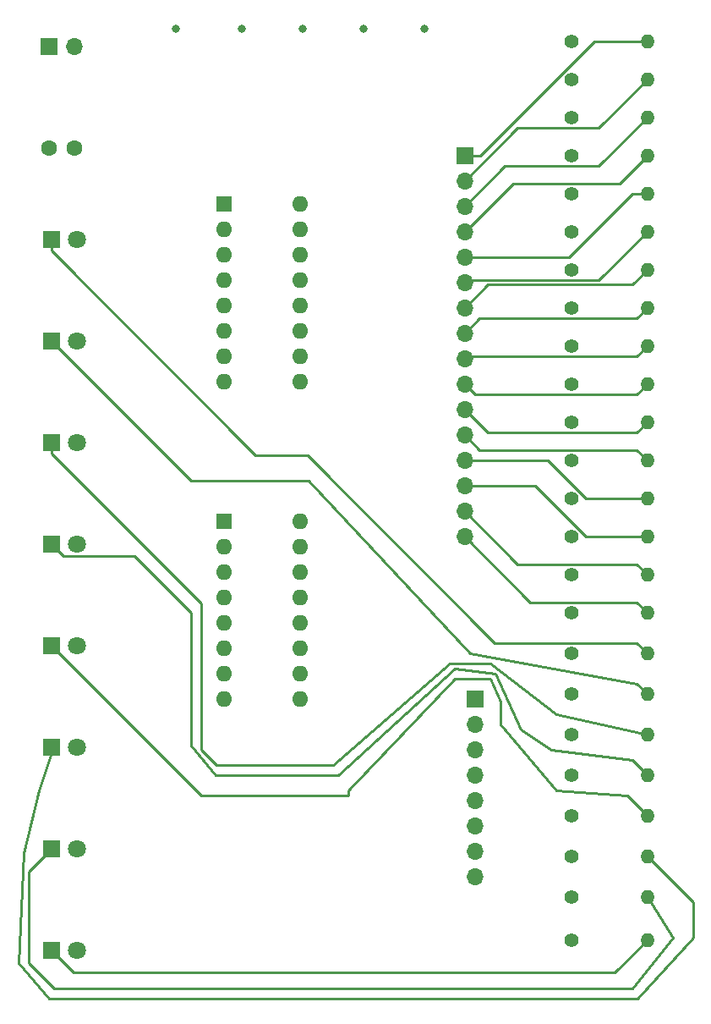
<source format=gbr>
%TF.GenerationSoftware,KiCad,Pcbnew,(5.1.12)-1*%
%TF.CreationDate,2022-08-27T08:41:51-05:00*%
%TF.ProjectId,LeProbe,4c655072-6f62-4652-9e6b-696361645f70,rev?*%
%TF.SameCoordinates,Original*%
%TF.FileFunction,Copper,L2,Bot*%
%TF.FilePolarity,Positive*%
%FSLAX46Y46*%
G04 Gerber Fmt 4.6, Leading zero omitted, Abs format (unit mm)*
G04 Created by KiCad (PCBNEW (5.1.12)-1) date 2022-08-27 08:41:51*
%MOMM*%
%LPD*%
G01*
G04 APERTURE LIST*
%TA.AperFunction,ComponentPad*%
%ADD10C,1.600000*%
%TD*%
%TA.AperFunction,ComponentPad*%
%ADD11C,1.800000*%
%TD*%
%TA.AperFunction,ComponentPad*%
%ADD12R,1.800000X1.800000*%
%TD*%
%TA.AperFunction,ComponentPad*%
%ADD13R,1.700000X1.700000*%
%TD*%
%TA.AperFunction,ComponentPad*%
%ADD14O,1.700000X1.700000*%
%TD*%
%TA.AperFunction,ComponentPad*%
%ADD15C,1.400000*%
%TD*%
%TA.AperFunction,ComponentPad*%
%ADD16O,1.400000X1.400000*%
%TD*%
%TA.AperFunction,ComponentPad*%
%ADD17O,1.600000X1.600000*%
%TD*%
%TA.AperFunction,ComponentPad*%
%ADD18R,1.600000X1.600000*%
%TD*%
%TA.AperFunction,ViaPad*%
%ADD19C,0.800000*%
%TD*%
%TA.AperFunction,Conductor*%
%ADD20C,0.250000*%
%TD*%
G04 APERTURE END LIST*
D10*
%TO.P,C1,1*%
%TO.N,GND*%
X87376000Y-45466000D03*
%TO.P,C1,2*%
%TO.N,+5V*%
X84876000Y-45466000D03*
%TD*%
D11*
%TO.P,D8,2*%
%TO.N,Net-(D8-Pad2)*%
X87630000Y-125730000D03*
D12*
%TO.P,D8,1*%
%TO.N,Net-(D8-Pad1)*%
X85090000Y-125730000D03*
%TD*%
D11*
%TO.P,D7,2*%
%TO.N,Net-(D7-Pad2)*%
X87630000Y-115570000D03*
D12*
%TO.P,D7,1*%
%TO.N,Net-(D7-Pad1)*%
X85090000Y-115570000D03*
%TD*%
%TO.P,D6,1*%
%TO.N,Net-(D6-Pad1)*%
X85090000Y-105410000D03*
D11*
%TO.P,D6,2*%
%TO.N,Net-(D6-Pad2)*%
X87630000Y-105410000D03*
%TD*%
D12*
%TO.P,D5,1*%
%TO.N,Net-(D5-Pad1)*%
X85090000Y-95250000D03*
D11*
%TO.P,D5,2*%
%TO.N,Net-(D5-Pad2)*%
X87630000Y-95250000D03*
%TD*%
%TO.P,D4,2*%
%TO.N,Net-(D4-Pad2)*%
X87630000Y-85090000D03*
D12*
%TO.P,D4,1*%
%TO.N,Net-(D4-Pad1)*%
X85090000Y-85090000D03*
%TD*%
%TO.P,D3,1*%
%TO.N,Net-(D3-Pad1)*%
X85090000Y-74930000D03*
D11*
%TO.P,D3,2*%
%TO.N,Net-(D3-Pad2)*%
X87630000Y-74930000D03*
%TD*%
%TO.P,D2,2*%
%TO.N,Net-(D2-Pad2)*%
X87630000Y-64770000D03*
D12*
%TO.P,D2,1*%
%TO.N,Net-(D2-Pad1)*%
X85090000Y-64770000D03*
%TD*%
%TO.P,D1,1*%
%TO.N,Net-(D1-Pad1)*%
X85090000Y-54610000D03*
D11*
%TO.P,D1,2*%
%TO.N,Net-(D1-Pad2)*%
X87630000Y-54610000D03*
%TD*%
D13*
%TO.P,J1,1*%
%TO.N,+5V*%
X84836000Y-35306000D03*
D14*
%TO.P,J1,2*%
%TO.N,GND*%
X87376000Y-35306000D03*
%TD*%
D13*
%TO.P,J2,1*%
%TO.N,Net-(J2-Pad1)*%
X126492000Y-46228000D03*
D14*
%TO.P,J2,2*%
%TO.N,Net-(J2-Pad2)*%
X126492000Y-48768000D03*
%TO.P,J2,3*%
%TO.N,Net-(J2-Pad3)*%
X126492000Y-51308000D03*
%TO.P,J2,4*%
%TO.N,Net-(J2-Pad4)*%
X126492000Y-53848000D03*
%TO.P,J2,5*%
%TO.N,Net-(J2-Pad5)*%
X126492000Y-56388000D03*
%TO.P,J2,6*%
%TO.N,Net-(J2-Pad6)*%
X126492000Y-58928000D03*
%TO.P,J2,7*%
%TO.N,Net-(J2-Pad7)*%
X126492000Y-61468000D03*
%TO.P,J2,8*%
%TO.N,Net-(J2-Pad8)*%
X126492000Y-64008000D03*
%TO.P,J2,9*%
%TO.N,Net-(J2-Pad9)*%
X126492000Y-66548000D03*
%TO.P,J2,10*%
%TO.N,Net-(J2-Pad10)*%
X126492000Y-69088000D03*
%TO.P,J2,11*%
%TO.N,Net-(J2-Pad11)*%
X126492000Y-71628000D03*
%TO.P,J2,12*%
%TO.N,Net-(J2-Pad12)*%
X126492000Y-74168000D03*
%TO.P,J2,13*%
%TO.N,Net-(J2-Pad13)*%
X126492000Y-76708000D03*
%TO.P,J2,14*%
%TO.N,Net-(J2-Pad14)*%
X126492000Y-79248000D03*
%TO.P,J2,15*%
%TO.N,Net-(J2-Pad15)*%
X126492000Y-81788000D03*
%TO.P,J2,16*%
%TO.N,Net-(J2-Pad16)*%
X126492000Y-84328000D03*
%TD*%
D13*
%TO.P,J3,1*%
%TO.N,Net-(D1-Pad2)*%
X127508000Y-100584000D03*
D14*
%TO.P,J3,2*%
%TO.N,Net-(D2-Pad2)*%
X127508000Y-103124000D03*
%TO.P,J3,3*%
%TO.N,Net-(D3-Pad2)*%
X127508000Y-105664000D03*
%TO.P,J3,4*%
%TO.N,Net-(D4-Pad2)*%
X127508000Y-108204000D03*
%TO.P,J3,5*%
%TO.N,Net-(D5-Pad2)*%
X127508000Y-110744000D03*
%TO.P,J3,6*%
%TO.N,Net-(D6-Pad2)*%
X127508000Y-113284000D03*
%TO.P,J3,7*%
%TO.N,Net-(D7-Pad2)*%
X127508000Y-115824000D03*
%TO.P,J3,8*%
%TO.N,Net-(D8-Pad2)*%
X127508000Y-118364000D03*
%TD*%
D15*
%TO.P,R1,1*%
%TO.N,GND*%
X137160000Y-34798000D03*
D16*
%TO.P,R1,2*%
%TO.N,Net-(J2-Pad1)*%
X144780000Y-34798000D03*
%TD*%
%TO.P,R2,2*%
%TO.N,Net-(J2-Pad2)*%
X144780000Y-38608000D03*
D15*
%TO.P,R2,1*%
%TO.N,GND*%
X137160000Y-38608000D03*
%TD*%
%TO.P,R3,1*%
%TO.N,GND*%
X137160000Y-42418000D03*
D16*
%TO.P,R3,2*%
%TO.N,Net-(J2-Pad3)*%
X144780000Y-42418000D03*
%TD*%
%TO.P,R4,2*%
%TO.N,Net-(J2-Pad4)*%
X144780000Y-46228000D03*
D15*
%TO.P,R4,1*%
%TO.N,GND*%
X137160000Y-46228000D03*
%TD*%
%TO.P,R5,1*%
%TO.N,GND*%
X137160000Y-50038000D03*
D16*
%TO.P,R5,2*%
%TO.N,Net-(J2-Pad5)*%
X144780000Y-50038000D03*
%TD*%
%TO.P,R6,2*%
%TO.N,Net-(J2-Pad6)*%
X144780000Y-53848000D03*
D15*
%TO.P,R6,1*%
%TO.N,GND*%
X137160000Y-53848000D03*
%TD*%
%TO.P,R7,1*%
%TO.N,GND*%
X137160000Y-57658000D03*
D16*
%TO.P,R7,2*%
%TO.N,Net-(J2-Pad7)*%
X144780000Y-57658000D03*
%TD*%
%TO.P,R8,2*%
%TO.N,Net-(J2-Pad8)*%
X144780000Y-61468000D03*
D15*
%TO.P,R8,1*%
%TO.N,GND*%
X137160000Y-61468000D03*
%TD*%
%TO.P,R9,1*%
%TO.N,GND*%
X137160000Y-65278000D03*
D16*
%TO.P,R9,2*%
%TO.N,Net-(J2-Pad9)*%
X144780000Y-65278000D03*
%TD*%
%TO.P,R10,2*%
%TO.N,Net-(J2-Pad10)*%
X144780000Y-69088000D03*
D15*
%TO.P,R10,1*%
%TO.N,GND*%
X137160000Y-69088000D03*
%TD*%
%TO.P,R11,1*%
%TO.N,GND*%
X137160000Y-72898000D03*
D16*
%TO.P,R11,2*%
%TO.N,Net-(J2-Pad11)*%
X144780000Y-72898000D03*
%TD*%
%TO.P,R12,2*%
%TO.N,Net-(J2-Pad12)*%
X144780000Y-76708000D03*
D15*
%TO.P,R12,1*%
%TO.N,GND*%
X137160000Y-76708000D03*
%TD*%
%TO.P,R13,1*%
%TO.N,GND*%
X137160000Y-80518000D03*
D16*
%TO.P,R13,2*%
%TO.N,Net-(J2-Pad13)*%
X144780000Y-80518000D03*
%TD*%
%TO.P,R14,2*%
%TO.N,Net-(J2-Pad14)*%
X144780000Y-84328000D03*
D15*
%TO.P,R14,1*%
%TO.N,GND*%
X137160000Y-84328000D03*
%TD*%
%TO.P,R15,1*%
%TO.N,GND*%
X137160000Y-88138000D03*
D16*
%TO.P,R15,2*%
%TO.N,Net-(J2-Pad15)*%
X144780000Y-88138000D03*
%TD*%
%TO.P,R16,2*%
%TO.N,Net-(J2-Pad16)*%
X144780000Y-91948000D03*
D15*
%TO.P,R16,1*%
%TO.N,GND*%
X137160000Y-91948000D03*
%TD*%
D16*
%TO.P,R17,2*%
%TO.N,Net-(D8-Pad1)*%
X144780000Y-124714000D03*
D15*
%TO.P,R17,1*%
%TO.N,GND*%
X137160000Y-124714000D03*
%TD*%
D16*
%TO.P,R18,2*%
%TO.N,Net-(D7-Pad1)*%
X144780000Y-120396000D03*
D15*
%TO.P,R18,1*%
%TO.N,GND*%
X137160000Y-120396000D03*
%TD*%
%TO.P,R19,1*%
%TO.N,GND*%
X137160000Y-116332000D03*
D16*
%TO.P,R19,2*%
%TO.N,Net-(D6-Pad1)*%
X144780000Y-116332000D03*
%TD*%
%TO.P,R20,2*%
%TO.N,Net-(D5-Pad1)*%
X144780000Y-112268000D03*
D15*
%TO.P,R20,1*%
%TO.N,GND*%
X137160000Y-112268000D03*
%TD*%
%TO.P,R21,1*%
%TO.N,GND*%
X137160000Y-108204000D03*
D16*
%TO.P,R21,2*%
%TO.N,Net-(D4-Pad1)*%
X144780000Y-108204000D03*
%TD*%
%TO.P,R22,2*%
%TO.N,Net-(D3-Pad1)*%
X144780000Y-104140000D03*
D15*
%TO.P,R22,1*%
%TO.N,GND*%
X137160000Y-104140000D03*
%TD*%
%TO.P,R23,1*%
%TO.N,GND*%
X137160000Y-100076000D03*
D16*
%TO.P,R23,2*%
%TO.N,Net-(D2-Pad1)*%
X144780000Y-100076000D03*
%TD*%
D15*
%TO.P,R24,1*%
%TO.N,GND*%
X137160000Y-96012000D03*
D16*
%TO.P,R24,2*%
%TO.N,Net-(D1-Pad1)*%
X144780000Y-96012000D03*
%TD*%
D17*
%TO.P,SW1,16*%
%TO.N,Net-(J2-Pad1)*%
X109982000Y-51054000D03*
%TO.P,SW1,8*%
%TO.N,+5V*%
X102362000Y-68834000D03*
%TO.P,SW1,15*%
%TO.N,Net-(J2-Pad2)*%
X109982000Y-53594000D03*
%TO.P,SW1,7*%
%TO.N,+5V*%
X102362000Y-66294000D03*
%TO.P,SW1,14*%
%TO.N,Net-(J2-Pad3)*%
X109982000Y-56134000D03*
%TO.P,SW1,6*%
%TO.N,+5V*%
X102362000Y-63754000D03*
%TO.P,SW1,13*%
%TO.N,Net-(J2-Pad4)*%
X109982000Y-58674000D03*
%TO.P,SW1,5*%
%TO.N,+5V*%
X102362000Y-61214000D03*
%TO.P,SW1,12*%
%TO.N,Net-(J2-Pad5)*%
X109982000Y-61214000D03*
%TO.P,SW1,4*%
%TO.N,+5V*%
X102362000Y-58674000D03*
%TO.P,SW1,11*%
%TO.N,Net-(J2-Pad6)*%
X109982000Y-63754000D03*
%TO.P,SW1,3*%
%TO.N,+5V*%
X102362000Y-56134000D03*
%TO.P,SW1,10*%
%TO.N,Net-(J2-Pad7)*%
X109982000Y-66294000D03*
%TO.P,SW1,2*%
%TO.N,+5V*%
X102362000Y-53594000D03*
%TO.P,SW1,9*%
%TO.N,Net-(J2-Pad8)*%
X109982000Y-68834000D03*
D18*
%TO.P,SW1,1*%
%TO.N,+5V*%
X102362000Y-51054000D03*
%TD*%
%TO.P,SW2,1*%
%TO.N,+5V*%
X102362000Y-82804000D03*
D17*
%TO.P,SW2,9*%
%TO.N,Net-(J2-Pad16)*%
X109982000Y-100584000D03*
%TO.P,SW2,2*%
%TO.N,+5V*%
X102362000Y-85344000D03*
%TO.P,SW2,10*%
%TO.N,Net-(J2-Pad15)*%
X109982000Y-98044000D03*
%TO.P,SW2,3*%
%TO.N,+5V*%
X102362000Y-87884000D03*
%TO.P,SW2,11*%
%TO.N,Net-(J2-Pad14)*%
X109982000Y-95504000D03*
%TO.P,SW2,4*%
%TO.N,+5V*%
X102362000Y-90424000D03*
%TO.P,SW2,12*%
%TO.N,Net-(J2-Pad13)*%
X109982000Y-92964000D03*
%TO.P,SW2,5*%
%TO.N,+5V*%
X102362000Y-92964000D03*
%TO.P,SW2,13*%
%TO.N,Net-(J2-Pad12)*%
X109982000Y-90424000D03*
%TO.P,SW2,6*%
%TO.N,+5V*%
X102362000Y-95504000D03*
%TO.P,SW2,14*%
%TO.N,Net-(J2-Pad11)*%
X109982000Y-87884000D03*
%TO.P,SW2,7*%
%TO.N,+5V*%
X102362000Y-98044000D03*
%TO.P,SW2,15*%
%TO.N,Net-(J2-Pad10)*%
X109982000Y-85344000D03*
%TO.P,SW2,8*%
%TO.N,+5V*%
X102362000Y-100584000D03*
%TO.P,SW2,16*%
%TO.N,Net-(J2-Pad9)*%
X109982000Y-82804000D03*
%TD*%
D19*
%TO.N,GND*%
X97536000Y-33528000D03*
X104140000Y-33528000D03*
X110236000Y-33528000D03*
X116332000Y-33528000D03*
X122428000Y-33528000D03*
%TD*%
D20*
%TO.N,Net-(D1-Pad1)*%
X85090000Y-55760000D02*
X105530000Y-76200000D01*
X85090000Y-54610000D02*
X85090000Y-55760000D01*
X105530000Y-76200000D02*
X110744000Y-76200000D01*
X143754999Y-94986999D02*
X144780000Y-96012000D01*
X129530999Y-94986999D02*
X143754999Y-94986999D01*
X110744000Y-76200000D02*
X129530999Y-94986999D01*
%TO.N,Net-(D2-Pad1)*%
X143754999Y-99050999D02*
X144780000Y-100076000D01*
X127000000Y-96012000D02*
X143754999Y-99050999D01*
X99060000Y-78740000D02*
X110869003Y-78740000D01*
X110869003Y-78740000D02*
X127000000Y-96012000D01*
X85090000Y-64770000D02*
X99060000Y-78740000D01*
%TO.N,Net-(D3-Pad1)*%
X129032000Y-97028000D02*
X135636000Y-102108000D01*
X124968000Y-97028000D02*
X129032000Y-97028000D01*
X113284000Y-107188000D02*
X124968000Y-97028000D01*
X100076000Y-105664000D02*
X101600000Y-107188000D01*
X101600000Y-107188000D02*
X113284000Y-107188000D01*
X100076000Y-91066000D02*
X100076000Y-105664000D01*
X135636000Y-102108000D02*
X144780000Y-104140000D01*
X85090000Y-76080000D02*
X100076000Y-91066000D01*
X85090000Y-74930000D02*
X85090000Y-76080000D01*
%TO.N,Net-(D4-Pad1)*%
X143256000Y-106680000D02*
X144780000Y-108204000D01*
X135128000Y-105664000D02*
X143256000Y-106680000D01*
X132080000Y-103632000D02*
X135128000Y-105664000D01*
X129540000Y-98044000D02*
X132080000Y-103632000D01*
X125476000Y-97536000D02*
X129540000Y-98044000D01*
X99060000Y-105284410D02*
X101542009Y-108204000D01*
X113792000Y-108204000D02*
X125476000Y-97536000D01*
X101542009Y-108204000D02*
X113792000Y-108204000D01*
X99060000Y-91948000D02*
X99060000Y-105284410D01*
X93427001Y-86315001D02*
X99060000Y-91948000D01*
X86315001Y-86315001D02*
X93427001Y-86315001D01*
X85090000Y-85090000D02*
X86315001Y-86315001D01*
%TO.N,Net-(D5-Pad1)*%
X142748000Y-110236000D02*
X144780000Y-112268000D01*
X130048000Y-100838998D02*
X130048000Y-103124000D01*
X130048000Y-103124000D02*
X135636000Y-109728000D01*
X129032000Y-98552000D02*
X130048000Y-100838998D01*
X125476000Y-98552000D02*
X129032000Y-98552000D01*
X114808000Y-109728000D02*
X125476000Y-98552000D01*
X114808000Y-110236000D02*
X114808000Y-109728000D01*
X135636000Y-109728000D02*
X142748000Y-110236000D01*
X100076000Y-110236000D02*
X114808000Y-110236000D01*
X85090000Y-95250000D02*
X100076000Y-110236000D01*
%TO.N,Net-(D6-Pad1)*%
X149352000Y-120904000D02*
X144780000Y-116332000D01*
X143764000Y-130556000D02*
X149352000Y-124460000D01*
X81788000Y-127000000D02*
X84836000Y-130556000D01*
X84836000Y-130556000D02*
X143764000Y-130556000D01*
X82296000Y-115978998D02*
X81788000Y-127000000D01*
X83820000Y-109728000D02*
X82296000Y-115978998D01*
X149352000Y-124460000D02*
X149352000Y-120904000D01*
X85090000Y-105918000D02*
X83820000Y-109728000D01*
X85090000Y-105410000D02*
X85090000Y-105918000D01*
%TO.N,Net-(D7-Pad1)*%
X147320000Y-124460000D02*
X144780000Y-120396000D01*
X143256000Y-129540000D02*
X147320000Y-124460000D01*
X85344000Y-129540000D02*
X143256000Y-129540000D01*
X82804000Y-127000000D02*
X85344000Y-129540000D01*
X82804000Y-117856000D02*
X82804000Y-127000000D01*
X85090000Y-115570000D02*
X82804000Y-117856000D01*
%TO.N,Net-(D8-Pad1)*%
X141535991Y-127958009D02*
X144780000Y-124714000D01*
X87318009Y-127958009D02*
X141535991Y-127958009D01*
X85090000Y-125730000D02*
X87318009Y-127958009D01*
%TO.N,Net-(J2-Pad1)*%
X139452998Y-34798000D02*
X128022998Y-46228000D01*
X128022998Y-46228000D02*
X126492000Y-46228000D01*
X144780000Y-34798000D02*
X139452998Y-34798000D01*
%TO.N,Net-(J2-Pad2)*%
X131816999Y-43443001D02*
X126492000Y-48768000D01*
X139944999Y-43443001D02*
X131816999Y-43443001D01*
X144780000Y-38608000D02*
X139944999Y-43443001D01*
%TO.N,Net-(J2-Pad3)*%
X130546999Y-47253001D02*
X126492000Y-51308000D01*
X139944999Y-47253001D02*
X130546999Y-47253001D01*
X144780000Y-42418000D02*
X139944999Y-47253001D01*
%TO.N,Net-(J2-Pad4)*%
X131327001Y-49012999D02*
X126492000Y-53848000D01*
X141995001Y-49012999D02*
X131327001Y-49012999D01*
X144780000Y-46228000D02*
X141995001Y-49012999D01*
%TO.N,Net-(J2-Pad5)*%
X136912998Y-56388000D02*
X126492000Y-56388000D01*
X143262998Y-50038000D02*
X136912998Y-56388000D01*
X144780000Y-50038000D02*
X143262998Y-50038000D01*
%TO.N,Net-(J2-Pad6)*%
X126736999Y-58683001D02*
X126492000Y-58928000D01*
X139944999Y-58683001D02*
X126736999Y-58683001D01*
X144780000Y-53848000D02*
X139944999Y-58683001D01*
%TO.N,Net-(J2-Pad7)*%
X128826989Y-59133011D02*
X126492000Y-61468000D01*
X143304989Y-59133011D02*
X128826989Y-59133011D01*
X144780000Y-57658000D02*
X143304989Y-59133011D01*
%TO.N,Net-(J2-Pad8)*%
X128006999Y-62493001D02*
X126492000Y-64008000D01*
X143754999Y-62493001D02*
X128006999Y-62493001D01*
X144780000Y-61468000D02*
X143754999Y-62493001D01*
%TO.N,Net-(J2-Pad9)*%
X126736999Y-66303001D02*
X126492000Y-66548000D01*
X143754999Y-66303001D02*
X126736999Y-66303001D01*
X144780000Y-65278000D02*
X143754999Y-66303001D01*
%TO.N,Net-(J2-Pad10)*%
X127517001Y-70113001D02*
X126492000Y-69088000D01*
X143754999Y-70113001D02*
X127517001Y-70113001D01*
X144780000Y-69088000D02*
X143754999Y-70113001D01*
%TO.N,Net-(J2-Pad11)*%
X128787001Y-73923001D02*
X126492000Y-71628000D01*
X143754999Y-73923001D02*
X128787001Y-73923001D01*
X144780000Y-72898000D02*
X143754999Y-73923001D01*
%TO.N,Net-(J2-Pad12)*%
X128006999Y-75682999D02*
X126492000Y-74168000D01*
X143754999Y-75682999D02*
X128006999Y-75682999D01*
X144780000Y-76708000D02*
X143754999Y-75682999D01*
%TO.N,Net-(J2-Pad13)*%
X134867002Y-76708000D02*
X126492000Y-76708000D01*
X138677002Y-80518000D02*
X134867002Y-76708000D01*
X144780000Y-80518000D02*
X138677002Y-80518000D01*
%TO.N,Net-(J2-Pad14)*%
X133597002Y-79248000D02*
X126492000Y-79248000D01*
X138677002Y-84328000D02*
X133597002Y-79248000D01*
X144780000Y-84328000D02*
X138677002Y-84328000D01*
%TO.N,Net-(J2-Pad15)*%
X131816999Y-87112999D02*
X126492000Y-81788000D01*
X143754999Y-87112999D02*
X131816999Y-87112999D01*
X144780000Y-88138000D02*
X143754999Y-87112999D01*
%TO.N,Net-(J2-Pad16)*%
X133086999Y-90922999D02*
X126492000Y-84328000D01*
X143754999Y-90922999D02*
X133086999Y-90922999D01*
X144780000Y-91948000D02*
X143754999Y-90922999D01*
%TD*%
M02*

</source>
